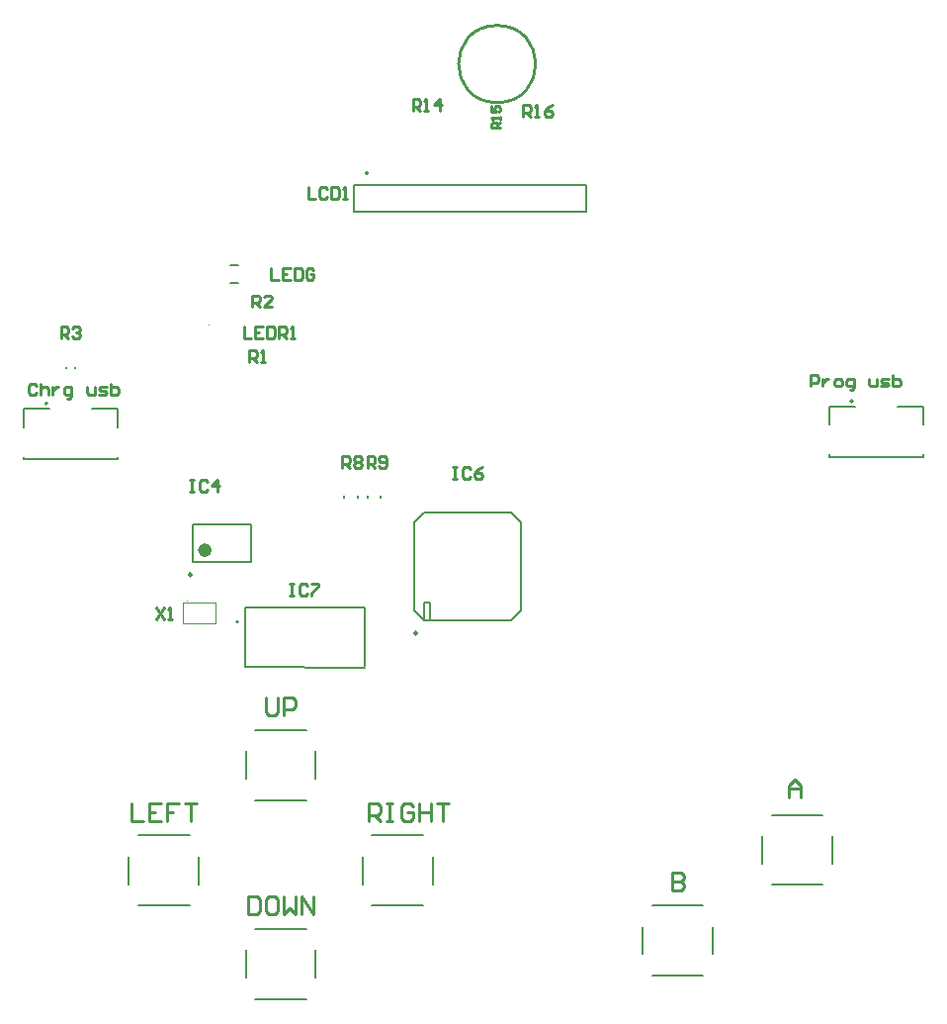
<source format=gto>
G04*
G04 #@! TF.GenerationSoftware,Altium Limited,Altium Designer,22.3.1 (43)*
G04*
G04 Layer_Color=65535*
%FSLAX44Y44*%
%MOMM*%
G71*
G04*
G04 #@! TF.SameCoordinates,6D1C2D26-131F-4FF1-9C2C-6AC643E27ED1*
G04*
G04*
G04 #@! TF.FilePolarity,Positive*
G04*
G01*
G75*
%ADD10C,0.2000*%
%ADD11C,0.2540*%
%ADD12C,0.1000*%
%ADD13C,0.2500*%
%ADD14C,0.6000*%
%ADD15C,0.1270*%
%ADD16C,0.0500*%
D10*
X-196300Y-47300D02*
G03*
X-196300Y-47300I-1000J0D01*
G01*
X-85415Y336584D02*
G03*
X-85415Y336584I-1000J0D01*
G01*
X330000Y141500D02*
G03*
X330000Y141500I-1000J0D01*
G01*
X-360000Y139625D02*
G03*
X-360000Y139625I-1000J0D01*
G01*
X-94250Y59000D02*
Y61000D01*
X-105750Y59000D02*
Y61000D01*
X-203500Y257500D02*
X-196500D01*
X-203500Y242500D02*
X-196500D01*
X37500Y46000D02*
X46000Y37500D01*
Y-37500D02*
Y37500D01*
X37500Y-46000D02*
X46000Y-37500D01*
X-37500Y46000D02*
X37500D01*
X-46000Y37500D02*
X-37500Y46000D01*
X-32500Y-46000D02*
Y-31000D01*
X-37500Y-46000D02*
X37500D01*
X-37500Y-31000D02*
X-32500D01*
X-37500Y-46000D02*
Y-31000D01*
X-46000Y-37500D02*
Y37500D01*
Y-37500D02*
X-37500Y-46000D01*
X-74250Y59000D02*
Y61000D01*
X-85750Y59000D02*
Y61000D01*
X-185000Y4000D02*
Y36000D01*
X-235000Y4000D02*
Y36000D01*
X-185000D01*
X-235000Y4000D02*
X-185000D01*
X-343500Y169500D02*
Y170500D01*
X-336500Y169500D02*
Y170500D01*
D11*
X25616Y397001D02*
G03*
X25350Y397000I-266J32999D01*
G01*
X-237588Y74133D02*
X-234256D01*
X-235922D01*
Y64136D01*
X-237588D01*
X-234256D01*
X-222593Y72467D02*
X-224259Y74133D01*
X-227591D01*
X-229257Y72467D01*
Y65802D01*
X-227591Y64136D01*
X-224259D01*
X-222593Y65802D01*
X-214262Y64136D02*
Y74133D01*
X-219261Y69134D01*
X-212596D01*
X-136661Y324998D02*
Y315002D01*
X-129997D01*
X-120000Y323332D02*
X-121666Y324998D01*
X-124998D01*
X-126664Y323332D01*
Y316668D01*
X-124998Y315002D01*
X-121666D01*
X-120000Y316668D01*
X-116668Y324998D02*
Y315002D01*
X-111669D01*
X-110003Y316668D01*
Y323332D01*
X-111669Y324998D01*
X-116668D01*
X-106671Y315002D02*
X-103339D01*
X-105005D01*
Y324998D01*
X-106671Y323332D01*
X-266665Y-35002D02*
X-260000Y-44998D01*
Y-35002D02*
X-266665Y-44998D01*
X-256668D02*
X-253335D01*
X-255002D01*
Y-35002D01*
X-256668Y-36668D01*
X294179Y154168D02*
Y164165D01*
X299177D01*
X300844Y162498D01*
Y159166D01*
X299177Y157500D01*
X294179D01*
X304176Y160832D02*
Y154168D01*
Y157500D01*
X305842Y159166D01*
X307508Y160832D01*
X309174D01*
X315839Y154168D02*
X319171D01*
X320837Y155834D01*
Y159166D01*
X319171Y160832D01*
X315839D01*
X314173Y159166D01*
Y155834D01*
X315839Y154168D01*
X327502Y150836D02*
X329168D01*
X330834Y152502D01*
Y160832D01*
X325835D01*
X324169Y159166D01*
Y155834D01*
X325835Y154168D01*
X330834D01*
X344163Y160832D02*
Y155834D01*
X345829Y154168D01*
X350827D01*
Y160832D01*
X354160Y154168D02*
X359158D01*
X360824Y155834D01*
X359158Y157500D01*
X355826D01*
X354160Y159166D01*
X355826Y160832D01*
X360824D01*
X364156Y164165D02*
Y154168D01*
X369155D01*
X370821Y155834D01*
Y157500D01*
Y159166D01*
X369155Y160832D01*
X364156D01*
X-369156Y154998D02*
X-370823Y156664D01*
X-374155D01*
X-375821Y154998D01*
Y148334D01*
X-374155Y146668D01*
X-370823D01*
X-369156Y148334D01*
X-365824Y156664D02*
Y146668D01*
Y151666D01*
X-364158Y153332D01*
X-360826D01*
X-359160Y151666D01*
Y146668D01*
X-355827Y153332D02*
Y146668D01*
Y150000D01*
X-354161Y151666D01*
X-352495Y153332D01*
X-350829D01*
X-342498Y143336D02*
X-340832D01*
X-339166Y145002D01*
Y153332D01*
X-344165D01*
X-345831Y151666D01*
Y148334D01*
X-344165Y146668D01*
X-339166D01*
X-325837Y153332D02*
Y148334D01*
X-324171Y146668D01*
X-319173D01*
Y153332D01*
X-315840Y146668D02*
X-310842D01*
X-309176Y148334D01*
X-310842Y150000D01*
X-314174D01*
X-315840Y151666D01*
X-314174Y153332D01*
X-309176D01*
X-305844Y156664D02*
Y146668D01*
X-300845D01*
X-299179Y148334D01*
Y150000D01*
Y151666D01*
X-300845Y153332D01*
X-305844D01*
X274922Y-197617D02*
Y-187461D01*
X280000Y-182383D01*
X285078Y-187461D01*
Y-197617D01*
Y-190000D01*
X274922D01*
X174922Y-262383D02*
Y-277617D01*
X182539D01*
X185078Y-275078D01*
Y-272539D01*
X182539Y-270000D01*
X174922D01*
X182539D01*
X185078Y-267461D01*
Y-264922D01*
X182539Y-262383D01*
X174922D01*
X-287931Y-202383D02*
Y-217617D01*
X-277774D01*
X-262539Y-202383D02*
X-272696D01*
Y-217617D01*
X-262539D01*
X-272696Y-210000D02*
X-267617D01*
X-247304Y-202383D02*
X-257461D01*
Y-210000D01*
X-252383D01*
X-257461D01*
Y-217617D01*
X-242226Y-202383D02*
X-232069D01*
X-237147D01*
Y-217617D01*
X-187931Y-282383D02*
Y-297617D01*
X-180313D01*
X-177774Y-295078D01*
Y-284922D01*
X-180313Y-282383D01*
X-187931D01*
X-165078D02*
X-170157D01*
X-172696Y-284922D01*
Y-295078D01*
X-170157Y-297617D01*
X-165078D01*
X-162539Y-295078D01*
Y-284922D01*
X-165078Y-282383D01*
X-157461D02*
Y-297617D01*
X-152382Y-292539D01*
X-147304Y-297617D01*
Y-282383D01*
X-142226Y-297617D02*
Y-282383D01*
X-132069Y-297617D01*
Y-282383D01*
X-84279Y-217617D02*
Y-202383D01*
X-76661D01*
X-74122Y-204922D01*
Y-210000D01*
X-76661Y-212539D01*
X-84279D01*
X-79201D02*
X-74122Y-217617D01*
X-69044Y-202383D02*
X-63966D01*
X-66505D01*
Y-217617D01*
X-69044D01*
X-63966D01*
X-46191Y-204922D02*
X-48730Y-202383D01*
X-53809D01*
X-56348Y-204922D01*
Y-215078D01*
X-53809Y-217617D01*
X-48730D01*
X-46191Y-215078D01*
Y-210000D01*
X-51270D01*
X-41113Y-202383D02*
Y-217617D01*
Y-210000D01*
X-30956D01*
Y-202383D01*
Y-217617D01*
X-25878Y-202383D02*
X-15721D01*
X-20800D01*
Y-217617D01*
X-172696Y-112382D02*
Y-125078D01*
X-170157Y-127618D01*
X-165078D01*
X-162539Y-125078D01*
Y-112382D01*
X-157461Y-127618D02*
Y-112382D01*
X-149843D01*
X-147304Y-114922D01*
Y-120000D01*
X-149843Y-122539D01*
X-157461D01*
X47504Y385002D02*
Y394998D01*
X52502D01*
X54169Y393332D01*
Y390000D01*
X52502Y388334D01*
X47504D01*
X50836D02*
X54169Y385002D01*
X57501D02*
X60833D01*
X59167D01*
Y394998D01*
X57501Y393332D01*
X72496Y394998D02*
X69164Y393332D01*
X65831Y390000D01*
Y386668D01*
X67498Y385002D01*
X70830D01*
X72496Y386668D01*
Y388334D01*
X70830Y390000D01*
X65831D01*
X27931Y375185D02*
X20433D01*
Y378934D01*
X21683Y380184D01*
X24182D01*
X25432Y378934D01*
Y375185D01*
Y377684D02*
X27931Y380184D01*
Y382683D02*
Y385182D01*
Y383932D01*
X20433D01*
X21683Y382683D01*
X20433Y393929D02*
Y388931D01*
X24182D01*
X22933Y391430D01*
Y392680D01*
X24182Y393929D01*
X26681D01*
X27931Y392680D01*
Y390180D01*
X26681Y388931D01*
X-46959Y389806D02*
Y399803D01*
X-41961D01*
X-40294Y398136D01*
Y394804D01*
X-41961Y393138D01*
X-46959D01*
X-43627D02*
X-40294Y389806D01*
X-36962D02*
X-33630D01*
X-35296D01*
Y399803D01*
X-36962Y398136D01*
X-23633Y389806D02*
Y399803D01*
X-28631Y394804D01*
X-21967D01*
X-85822Y84203D02*
Y94200D01*
X-80824D01*
X-79158Y92534D01*
Y89202D01*
X-80824Y87536D01*
X-85822D01*
X-82490D02*
X-79158Y84203D01*
X-75825Y85870D02*
X-74159Y84203D01*
X-70827D01*
X-69161Y85870D01*
Y92534D01*
X-70827Y94200D01*
X-74159D01*
X-75825Y92534D01*
Y90868D01*
X-74159Y89202D01*
X-69161D01*
X-107286Y84456D02*
Y94453D01*
X-102288D01*
X-100622Y92787D01*
Y89454D01*
X-102288Y87788D01*
X-107286D01*
X-103954D02*
X-100622Y84456D01*
X-97289Y92787D02*
X-95623Y94453D01*
X-92291D01*
X-90625Y92787D01*
Y91121D01*
X-92291Y89454D01*
X-90625Y87788D01*
Y86122D01*
X-92291Y84456D01*
X-95623D01*
X-97289Y86122D01*
Y87788D01*
X-95623Y89454D01*
X-97289Y91121D01*
Y92787D01*
X-95623Y89454D02*
X-92291D01*
X-348331Y195002D02*
Y204998D01*
X-343332D01*
X-341666Y203332D01*
Y200000D01*
X-343332Y198334D01*
X-348331D01*
X-344998D02*
X-341666Y195002D01*
X-338334Y203332D02*
X-336668Y204998D01*
X-333335D01*
X-331669Y203332D01*
Y201666D01*
X-333335Y200000D01*
X-335002D01*
X-333335D01*
X-331669Y198334D01*
Y196668D01*
X-333335Y195002D01*
X-336668D01*
X-338334Y196668D01*
X-184202Y222041D02*
Y232038D01*
X-179204D01*
X-177537Y230372D01*
Y227040D01*
X-179204Y225374D01*
X-184202D01*
X-180870D02*
X-177537Y222041D01*
X-167541D02*
X-174205D01*
X-167541Y228706D01*
Y230372D01*
X-169207Y232038D01*
X-172539D01*
X-174205Y230372D01*
X-186665Y175002D02*
Y184998D01*
X-181666D01*
X-180000Y183332D01*
Y180000D01*
X-181666Y178334D01*
X-186665D01*
X-183332D02*
X-180000Y175002D01*
X-176668D02*
X-173335D01*
X-175002D01*
Y184998D01*
X-176668Y183332D01*
X-191660Y204998D02*
Y195002D01*
X-184995D01*
X-174998Y204998D02*
X-181663D01*
Y195002D01*
X-174998D01*
X-181663Y200000D02*
X-178331D01*
X-171666Y204998D02*
Y195002D01*
X-166668D01*
X-165002Y196668D01*
Y203332D01*
X-166668Y204998D01*
X-171666D01*
X-161669Y195002D02*
Y204998D01*
X-156671D01*
X-155005Y203332D01*
Y200000D01*
X-156671Y198334D01*
X-161669D01*
X-158337D02*
X-155005Y195002D01*
X-151672D02*
X-148340D01*
X-150006D01*
Y204998D01*
X-151672Y203332D01*
X-168327Y254998D02*
Y245002D01*
X-161663D01*
X-151666Y254998D02*
X-158331D01*
Y245002D01*
X-151666D01*
X-158331Y250000D02*
X-154998D01*
X-148334Y254998D02*
Y245002D01*
X-143335D01*
X-141669Y246668D01*
Y253332D01*
X-143335Y254998D01*
X-148334D01*
X-131672Y253332D02*
X-133339Y254998D01*
X-136671D01*
X-138337Y253332D01*
Y246668D01*
X-136671Y245002D01*
X-133339D01*
X-131672Y246668D01*
Y250000D01*
X-135005D01*
X-152496Y-15002D02*
X-149164D01*
X-150830D01*
Y-24998D01*
X-152496D01*
X-149164D01*
X-137501Y-16668D02*
X-139167Y-15002D01*
X-142499D01*
X-144165Y-16668D01*
Y-23332D01*
X-142499Y-24998D01*
X-139167D01*
X-137501Y-23332D01*
X-134169Y-15002D02*
X-127504D01*
Y-16668D01*
X-134169Y-23332D01*
Y-24998D01*
X-12496Y84998D02*
X-9164D01*
X-10830D01*
Y75002D01*
X-12496D01*
X-9164D01*
X2499Y83332D02*
X833Y84998D01*
X-2499D01*
X-4165Y83332D01*
Y76668D01*
X-2499Y75002D01*
X833D01*
X2499Y76668D01*
X12496Y84998D02*
X9164Y83332D01*
X5832Y80000D01*
Y76668D01*
X7498Y75002D01*
X10830D01*
X12496Y76668D01*
Y78334D01*
X10830Y80000D01*
X5832D01*
D12*
X-240000Y-29500D02*
G03*
X-240000Y-29500I-500J0D01*
G01*
X-221621Y260621D02*
G03*
X-221621Y260621I-500J0D01*
G01*
X-221121Y206621D02*
G03*
X-221121Y206621I-500J0D01*
G01*
D13*
X-43100Y-57000D02*
G03*
X-43100Y-57000I-1250J0D01*
G01*
X-236300Y-7000D02*
G03*
X-236300Y-7000I-1250J0D01*
G01*
D14*
X-222000Y14000D02*
G03*
X-222000Y14000I-3000J0D01*
G01*
D15*
X-181760Y-140000D02*
X-138240D01*
X-130000Y-181760D02*
Y-158240D01*
X-181760Y-200000D02*
X-138240D01*
X-190000Y-181760D02*
Y-158240D01*
X-90000Y-271760D02*
Y-248240D01*
X-81760Y-290000D02*
X-38240D01*
X-30000Y-271760D02*
Y-248240D01*
X-81760Y-230000D02*
X-38240D01*
X-181760Y-310000D02*
X-138240D01*
X-130000Y-351760D02*
Y-328240D01*
X-181760Y-370000D02*
X-138240D01*
X-190000Y-351760D02*
Y-328240D01*
X-290000Y-271760D02*
Y-248240D01*
X-281760Y-290000D02*
X-238240D01*
X-230000Y-271760D02*
Y-248240D01*
X-281760Y-230000D02*
X-238240D01*
X158240Y-290000D02*
X201760D01*
X210000Y-331760D02*
Y-308240D01*
X158240Y-350000D02*
X201760D01*
X150000Y-331760D02*
Y-308240D01*
X252500Y-254260D02*
Y-230740D01*
X260740Y-272500D02*
X304260D01*
X312500Y-254260D02*
Y-230740D01*
X260740Y-212500D02*
X304260D01*
X-190800Y-86270D02*
X-87940Y-86670D01*
X-190800Y-35000D02*
X-88438D01*
X-87930Y-85000D02*
Y-35000D01*
X-190800Y-85000D02*
Y-35000D01*
X-97115Y303454D02*
Y326584D01*
Y303454D02*
X76145D01*
X-97115Y326584D02*
X101267D01*
X76145Y303454D02*
X101545D01*
Y326314D01*
X390500Y121200D02*
Y137000D01*
X368200D02*
X390500D01*
X309500D02*
X331800D01*
X309500Y121200D02*
Y137000D01*
X390500Y94000D02*
Y95800D01*
X309500Y94000D02*
X390500D01*
X309500D02*
Y95800D01*
X-299500Y119325D02*
Y135125D01*
X-321800D02*
X-299500D01*
X-380500D02*
X-358200D01*
X-380500Y119325D02*
Y135125D01*
X-299500Y92125D02*
Y93925D01*
X-380500Y92125D02*
X-299500D01*
X-380500D02*
Y93925D01*
D16*
X-243930Y-49000D02*
X-215962D01*
X-243930D02*
Y-31000D01*
X-215962D01*
Y-49000D02*
Y-31000D01*
M02*

</source>
